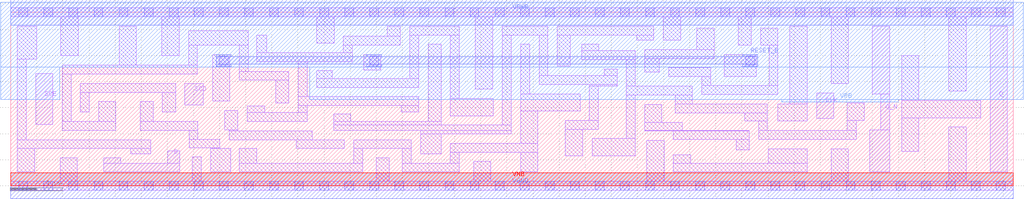
<source format=lef>
# Copyright 2020 The SkyWater PDK Authors
#
# Licensed under the Apache License, Version 2.0 (the "License");
# you may not use this file except in compliance with the License.
# You may obtain a copy of the License at
#
#     https://www.apache.org/licenses/LICENSE-2.0
#
# Unless required by applicable law or agreed to in writing, software
# distributed under the License is distributed on an "AS IS" BASIS,
# WITHOUT WARRANTIES OR CONDITIONS OF ANY KIND, either express or implied.
# See the License for the specific language governing permissions and
# limitations under the License.
#
# SPDX-License-Identifier: Apache-2.0

VERSION 5.7 ;
  NOWIREEXTENSIONATPIN ON ;
  DIVIDERCHAR "/" ;
  BUSBITCHARS "[]" ;
MACRO sky130_fd_sc_lp__sdfrbp_lp
  CLASS CORE ;
  FOREIGN sky130_fd_sc_lp__sdfrbp_lp ;
  ORIGIN  0.000000  0.000000 ;
  SIZE  19.20000 BY  3.330000 ;
  SYMMETRY R90 ;
  SITE unit ;
  PIN D
    ANTENNAGATEAREA  0.159000 ;
    DIRECTION INPUT ;
    USE SIGNAL ;
    PORT
      LAYER li1 ;
        RECT 1.780000 0.265000 3.235000 0.435000 ;
        RECT 1.780000 0.435000 2.110000 0.535000 ;
        RECT 3.005000 0.435000 3.235000 0.670000 ;
    END
  END D
  PIN Q
    ANTENNADIFFAREA  0.598500 ;
    DIRECTION OUTPUT ;
    USE SIGNAL ;
    PORT
      LAYER li1 ;
        RECT 18.755000 0.265000 19.085000 3.065000 ;
    END
  END Q
  PIN Q_N
    ANTENNADIFFAREA  0.598500 ;
    DIRECTION OUTPUT ;
    USE SIGNAL ;
    PORT
      LAYER li1 ;
        RECT 16.445000 0.265000 16.830000 1.075000 ;
        RECT 16.500000 1.765000 16.830000 3.065000 ;
        RECT 16.660000 1.075000 16.830000 1.765000 ;
    END
  END Q_N
  PIN RESET_B
    ANTENNAGATEAREA  0.633000 ;
    DIRECTION INPUT ;
    USE SIGNAL ;
    PORT
      LAYER met1 ;
        RECT  3.935000 2.290000  4.225000 2.335000 ;
        RECT  3.935000 2.335000 14.305000 2.475000 ;
        RECT  3.935000 2.475000  4.225000 2.520000 ;
        RECT  6.815000 2.290000  7.105000 2.335000 ;
        RECT  6.815000 2.475000  7.105000 2.520000 ;
        RECT 14.015000 2.290000 14.305000 2.335000 ;
        RECT 14.015000 2.475000 14.305000 2.520000 ;
    END
  END RESET_B
  PIN SCD
    ANTENNAGATEAREA  0.159000 ;
    DIRECTION INPUT ;
    USE SIGNAL ;
    PORT
      LAYER li1 ;
        RECT 3.335000 1.550000 3.685000 1.965000 ;
    END
  END SCD
  PIN SCE
    ANTENNAGATEAREA  0.477000 ;
    DIRECTION INPUT ;
    USE SIGNAL ;
    PORT
      LAYER li1 ;
        RECT 0.475000 1.180000 0.805000 2.150000 ;
    END
  END SCE
  PIN CLK
    ANTENNAGATEAREA  0.630000 ;
    DIRECTION INPUT ;
    USE CLOCK ;
    PORT
      LAYER li1 ;
        RECT 15.430000 1.295000 15.760000 1.780000 ;
    END
  END CLK
  PIN VGND
    DIRECTION INOUT ;
    USE GROUND ;
    PORT
      LAYER met1 ;
        RECT 0.000000 -0.245000 19.200000 0.245000 ;
    END
  END VGND
  PIN VNB
    DIRECTION INOUT ;
    USE GROUND ;
    PORT
      LAYER pwell ;
        RECT 0.000000 0.000000 19.200000 0.245000 ;
    END
  END VNB
  PIN VPB
    DIRECTION INOUT ;
    USE POWER ;
    PORT
      LAYER nwell ;
        RECT -0.190000 1.655000  0.935000 2.275000 ;
        RECT -0.190000 2.275000 19.390000 3.520000 ;
        RECT  5.725000 1.655000 19.390000 2.275000 ;
        RECT 14.760000 1.605000 16.990000 1.655000 ;
    END
  END VPB
  PIN VPWR
    DIRECTION INOUT ;
    USE POWER ;
    PORT
      LAYER met1 ;
        RECT 0.000000 3.085000 19.200000 3.575000 ;
    END
  END VPWR
  OBS
    LAYER li1 ;
      RECT  0.000000 -0.085000 19.200000 0.085000 ;
      RECT  0.000000  3.245000 19.200000 3.415000 ;
      RECT  0.125000  0.265000  0.455000 0.715000 ;
      RECT  0.125000  0.715000  2.680000 0.885000 ;
      RECT  0.125000  0.885000  0.295000 2.435000 ;
      RECT  0.125000  2.435000  0.500000 3.065000 ;
      RECT  0.945000  0.085000  1.275000 0.535000 ;
      RECT  0.960000  2.495000  1.290000 3.245000 ;
      RECT  0.985000  1.065000  2.015000 1.235000 ;
      RECT  0.985000  1.235000  1.155000 2.145000 ;
      RECT  0.985000  2.145000  3.575000 2.315000 ;
      RECT  1.335000  1.415000  1.505000 1.795000 ;
      RECT  1.335000  1.795000  3.155000 1.965000 ;
      RECT  1.685000  1.235000  2.015000 1.615000 ;
      RECT  2.075000  2.315000  2.405000 3.065000 ;
      RECT  2.295000  0.615000  2.680000 0.715000 ;
      RECT  2.475000  1.065000  3.585000 1.235000 ;
      RECT  2.475000  1.235000  2.725000 1.615000 ;
      RECT  2.895000  2.495000  3.225000 3.245000 ;
      RECT  2.905000  1.415000  3.155000 1.795000 ;
      RECT  3.405000  2.315000  3.575000 2.700000 ;
      RECT  3.405000  2.700000  4.545000 2.975000 ;
      RECT  3.415000  0.725000  4.000000 0.895000 ;
      RECT  3.415000  0.895000  3.585000 1.065000 ;
      RECT  3.480000  0.085000  3.650000 0.555000 ;
      RECT  3.830000  0.265000  4.210000 0.715000 ;
      RECT  3.830000  0.715000  4.000000 0.725000 ;
      RECT  3.865000  1.625000  4.195000 2.520000 ;
      RECT  4.100000  1.075000  4.350000 1.445000 ;
      RECT  4.180000  0.885000  5.770000 1.055000 ;
      RECT  4.180000  1.055000  4.350000 1.075000 ;
      RECT  4.375000  2.025000  5.325000 2.195000 ;
      RECT  4.375000  2.195000  4.545000 2.700000 ;
      RECT  4.380000  0.265000  6.740000 0.435000 ;
      RECT  4.380000  0.435000  4.710000 0.715000 ;
      RECT  4.530000  1.235000  5.675000 1.405000 ;
      RECT  4.530000  1.405000  4.860000 1.535000 ;
      RECT  4.715000  2.385000  6.540000 2.555000 ;
      RECT  4.715000  2.555000  4.905000 2.895000 ;
      RECT  5.075000  1.585000  5.325000 2.025000 ;
      RECT  5.470000  0.715000  6.390000 0.885000 ;
      RECT  5.505000  1.405000  5.675000 1.545000 ;
      RECT  5.505000  1.545000  7.810000 1.715000 ;
      RECT  5.505000  1.715000  5.675000 2.385000 ;
      RECT  5.855000  1.885000  7.810000 2.055000 ;
      RECT  5.855000  2.055000  6.155000 2.215000 ;
      RECT  5.860000  2.735000  6.190000 3.245000 ;
      RECT  6.185000  1.065000  9.585000 1.165000 ;
      RECT  6.185000  1.165000  8.240000 1.235000 ;
      RECT  6.185000  1.235000  6.515000 1.375000 ;
      RECT  6.370000  2.555000  6.540000 2.700000 ;
      RECT  6.370000  2.700000  7.460000 2.870000 ;
      RECT  6.570000  0.435000  6.740000 0.715000 ;
      RECT  6.570000  0.715000  7.670000 0.885000 ;
      RECT  6.755000  2.225000  7.085000 2.520000 ;
      RECT  6.995000  0.085000  7.245000 0.535000 ;
      RECT  7.210000  2.870000  7.460000 3.065000 ;
      RECT  7.480000  1.415000  7.810000 1.545000 ;
      RECT  7.500000  0.265000  8.590000 0.435000 ;
      RECT  7.500000  0.435000  7.670000 0.715000 ;
      RECT  7.640000  2.055000  7.810000 2.895000 ;
      RECT  7.640000  2.895000  8.590000 3.065000 ;
      RECT  7.850000  0.615000  8.240000 0.995000 ;
      RECT  7.850000  0.995000  9.585000 1.065000 ;
      RECT  7.990000  1.235000  8.240000 2.715000 ;
      RECT  8.420000  0.435000  8.590000 0.645000 ;
      RECT  8.420000  0.645000 10.095000 0.815000 ;
      RECT  8.420000  1.345000  9.235000 1.675000 ;
      RECT  8.420000  1.675000  8.590000 2.895000 ;
      RECT  8.865000  0.085000  9.195000 0.465000 ;
      RECT  8.895000  1.855000  9.225000 3.245000 ;
      RECT  9.415000  1.165000  9.585000 2.895000 ;
      RECT  9.415000  2.895000 10.285000 3.065000 ;
      RECT  9.765000  0.265000 10.095000 0.645000 ;
      RECT  9.765000  0.815000 10.095000 1.435000 ;
      RECT  9.765000  1.435000 10.900000 1.765000 ;
      RECT  9.765000  1.765000  9.935000 2.715000 ;
      RECT 10.115000  1.945000 11.610000 2.115000 ;
      RECT 10.115000  2.115000 10.285000 2.895000 ;
      RECT 10.465000  2.295000 10.715000 2.895000 ;
      RECT 10.465000  2.895000 12.315000 3.065000 ;
      RECT 10.620000  0.575000 10.950000 1.085000 ;
      RECT 10.620000  1.085000 11.250000 1.255000 ;
      RECT 10.930000  2.425000 11.960000 2.595000 ;
      RECT 10.930000  2.595000 11.260000 2.715000 ;
      RECT 11.080000  1.255000 11.250000 1.915000 ;
      RECT 11.080000  1.915000 11.610000 1.945000 ;
      RECT 11.130000  0.575000 11.960000 0.905000 ;
      RECT 11.360000  2.115000 11.610000 2.245000 ;
      RECT 11.790000  0.905000 11.960000 1.745000 ;
      RECT 11.790000  1.745000 13.050000 1.915000 ;
      RECT 11.790000  1.915000 11.960000 2.425000 ;
      RECT 11.985000  2.795000 12.315000 2.895000 ;
      RECT 12.140000  1.050000 14.140000 1.060000 ;
      RECT 12.140000  1.060000 12.860000 1.220000 ;
      RECT 12.140000  1.220000 12.470000 1.565000 ;
      RECT 12.140000  2.185000 12.415000 2.445000 ;
      RECT 12.140000  2.445000 13.470000 2.615000 ;
      RECT 12.180000  0.085000 12.510000 0.870000 ;
      RECT 12.495000  2.795000 12.825000 3.245000 ;
      RECT 12.595000  2.095000 13.400000 2.265000 ;
      RECT 12.690000  0.265000 15.250000 0.435000 ;
      RECT 12.690000  0.435000 13.020000 0.595000 ;
      RECT 12.690000  0.890000 14.140000 1.050000 ;
      RECT 12.720000  1.400000 14.490000 1.570000 ;
      RECT 12.720000  1.570000 13.050000 1.745000 ;
      RECT 13.140000  2.615000 13.470000 3.030000 ;
      RECT 13.230000  1.750000 14.690000 1.920000 ;
      RECT 13.230000  1.920000 13.400000 2.095000 ;
      RECT 13.665000  2.100000 14.275000 2.520000 ;
      RECT 13.890000  0.685000 14.140000 0.890000 ;
      RECT 13.930000  2.700000 14.180000 3.245000 ;
      RECT 14.055000  1.240000 14.490000 1.400000 ;
      RECT 14.320000  0.890000 16.185000 1.060000 ;
      RECT 14.320000  1.060000 14.490000 1.240000 ;
      RECT 14.360000  2.700000 14.690000 3.030000 ;
      RECT 14.500000  0.435000 15.250000 0.710000 ;
      RECT 14.520000  1.920000 14.690000 2.700000 ;
      RECT 14.685000  1.240000 15.250000 1.570000 ;
      RECT 14.920000  1.570000 15.250000 3.065000 ;
      RECT 15.710000  0.085000 16.040000 0.710000 ;
      RECT 15.710000  1.960000 16.040000 3.245000 ;
      RECT 16.015000  1.060000 16.185000 1.255000 ;
      RECT 16.015000  1.255000 16.345000 1.585000 ;
      RECT 17.060000  0.665000 17.390000 1.305000 ;
      RECT 17.060000  1.305000 18.575000 1.635000 ;
      RECT 17.060000  1.635000 17.390000 2.495000 ;
      RECT 17.965000  0.085000 18.295000 1.125000 ;
      RECT 17.965000  1.815000 18.295000 3.245000 ;
    LAYER mcon ;
      RECT  0.155000 -0.085000  0.325000 0.085000 ;
      RECT  0.155000  3.245000  0.325000 3.415000 ;
      RECT  0.635000 -0.085000  0.805000 0.085000 ;
      RECT  0.635000  3.245000  0.805000 3.415000 ;
      RECT  1.115000 -0.085000  1.285000 0.085000 ;
      RECT  1.115000  3.245000  1.285000 3.415000 ;
      RECT  1.595000 -0.085000  1.765000 0.085000 ;
      RECT  1.595000  3.245000  1.765000 3.415000 ;
      RECT  2.075000 -0.085000  2.245000 0.085000 ;
      RECT  2.075000  3.245000  2.245000 3.415000 ;
      RECT  2.555000 -0.085000  2.725000 0.085000 ;
      RECT  2.555000  3.245000  2.725000 3.415000 ;
      RECT  3.035000 -0.085000  3.205000 0.085000 ;
      RECT  3.035000  3.245000  3.205000 3.415000 ;
      RECT  3.515000 -0.085000  3.685000 0.085000 ;
      RECT  3.515000  3.245000  3.685000 3.415000 ;
      RECT  3.995000 -0.085000  4.165000 0.085000 ;
      RECT  3.995000  2.320000  4.165000 2.490000 ;
      RECT  3.995000  3.245000  4.165000 3.415000 ;
      RECT  4.475000 -0.085000  4.645000 0.085000 ;
      RECT  4.475000  3.245000  4.645000 3.415000 ;
      RECT  4.955000 -0.085000  5.125000 0.085000 ;
      RECT  4.955000  3.245000  5.125000 3.415000 ;
      RECT  5.435000 -0.085000  5.605000 0.085000 ;
      RECT  5.435000  3.245000  5.605000 3.415000 ;
      RECT  5.915000 -0.085000  6.085000 0.085000 ;
      RECT  5.915000  3.245000  6.085000 3.415000 ;
      RECT  6.395000 -0.085000  6.565000 0.085000 ;
      RECT  6.395000  3.245000  6.565000 3.415000 ;
      RECT  6.875000 -0.085000  7.045000 0.085000 ;
      RECT  6.875000  2.320000  7.045000 2.490000 ;
      RECT  6.875000  3.245000  7.045000 3.415000 ;
      RECT  7.355000 -0.085000  7.525000 0.085000 ;
      RECT  7.355000  3.245000  7.525000 3.415000 ;
      RECT  7.835000 -0.085000  8.005000 0.085000 ;
      RECT  7.835000  3.245000  8.005000 3.415000 ;
      RECT  8.315000 -0.085000  8.485000 0.085000 ;
      RECT  8.315000  3.245000  8.485000 3.415000 ;
      RECT  8.795000 -0.085000  8.965000 0.085000 ;
      RECT  8.795000  3.245000  8.965000 3.415000 ;
      RECT  9.275000 -0.085000  9.445000 0.085000 ;
      RECT  9.275000  3.245000  9.445000 3.415000 ;
      RECT  9.755000 -0.085000  9.925000 0.085000 ;
      RECT  9.755000  3.245000  9.925000 3.415000 ;
      RECT 10.235000 -0.085000 10.405000 0.085000 ;
      RECT 10.235000  3.245000 10.405000 3.415000 ;
      RECT 10.715000 -0.085000 10.885000 0.085000 ;
      RECT 10.715000  3.245000 10.885000 3.415000 ;
      RECT 11.195000 -0.085000 11.365000 0.085000 ;
      RECT 11.195000  3.245000 11.365000 3.415000 ;
      RECT 11.675000 -0.085000 11.845000 0.085000 ;
      RECT 11.675000  3.245000 11.845000 3.415000 ;
      RECT 12.155000 -0.085000 12.325000 0.085000 ;
      RECT 12.155000  3.245000 12.325000 3.415000 ;
      RECT 12.635000 -0.085000 12.805000 0.085000 ;
      RECT 12.635000  3.245000 12.805000 3.415000 ;
      RECT 13.115000 -0.085000 13.285000 0.085000 ;
      RECT 13.115000  3.245000 13.285000 3.415000 ;
      RECT 13.595000 -0.085000 13.765000 0.085000 ;
      RECT 13.595000  3.245000 13.765000 3.415000 ;
      RECT 14.075000 -0.085000 14.245000 0.085000 ;
      RECT 14.075000  2.320000 14.245000 2.490000 ;
      RECT 14.075000  3.245000 14.245000 3.415000 ;
      RECT 14.555000 -0.085000 14.725000 0.085000 ;
      RECT 14.555000  3.245000 14.725000 3.415000 ;
      RECT 15.035000 -0.085000 15.205000 0.085000 ;
      RECT 15.035000  3.245000 15.205000 3.415000 ;
      RECT 15.515000 -0.085000 15.685000 0.085000 ;
      RECT 15.515000  3.245000 15.685000 3.415000 ;
      RECT 15.995000 -0.085000 16.165000 0.085000 ;
      RECT 15.995000  3.245000 16.165000 3.415000 ;
      RECT 16.475000 -0.085000 16.645000 0.085000 ;
      RECT 16.475000  3.245000 16.645000 3.415000 ;
      RECT 16.955000 -0.085000 17.125000 0.085000 ;
      RECT 16.955000  3.245000 17.125000 3.415000 ;
      RECT 17.435000 -0.085000 17.605000 0.085000 ;
      RECT 17.435000  3.245000 17.605000 3.415000 ;
      RECT 17.915000 -0.085000 18.085000 0.085000 ;
      RECT 17.915000  3.245000 18.085000 3.415000 ;
      RECT 18.395000 -0.085000 18.565000 0.085000 ;
      RECT 18.395000  3.245000 18.565000 3.415000 ;
      RECT 18.875000 -0.085000 19.045000 0.085000 ;
      RECT 18.875000  3.245000 19.045000 3.415000 ;
  END
END sky130_fd_sc_lp__sdfrbp_lp
END LIBRARY

</source>
